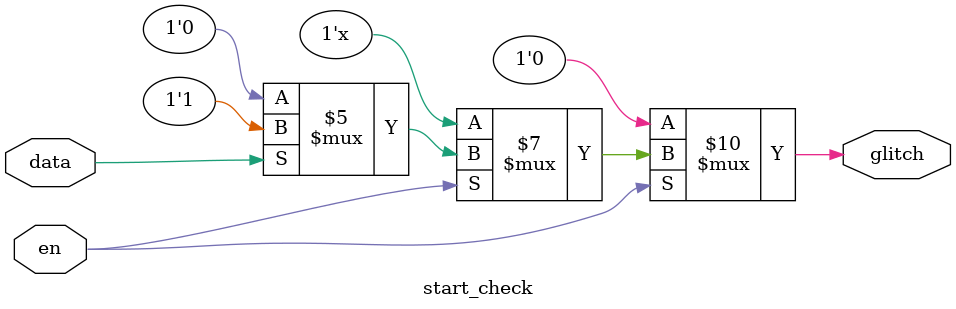
<source format=v>
module start_check (
  input data,
  input en,
  output reg glitch
  );
  
  always @ (*)
   begin
     if (en)
       begin
         if (!data)
           glitch = 0;
         else
           glitch = 1;
       end
     else
       glitch = 0;
   end
   
 endmodule

</source>
